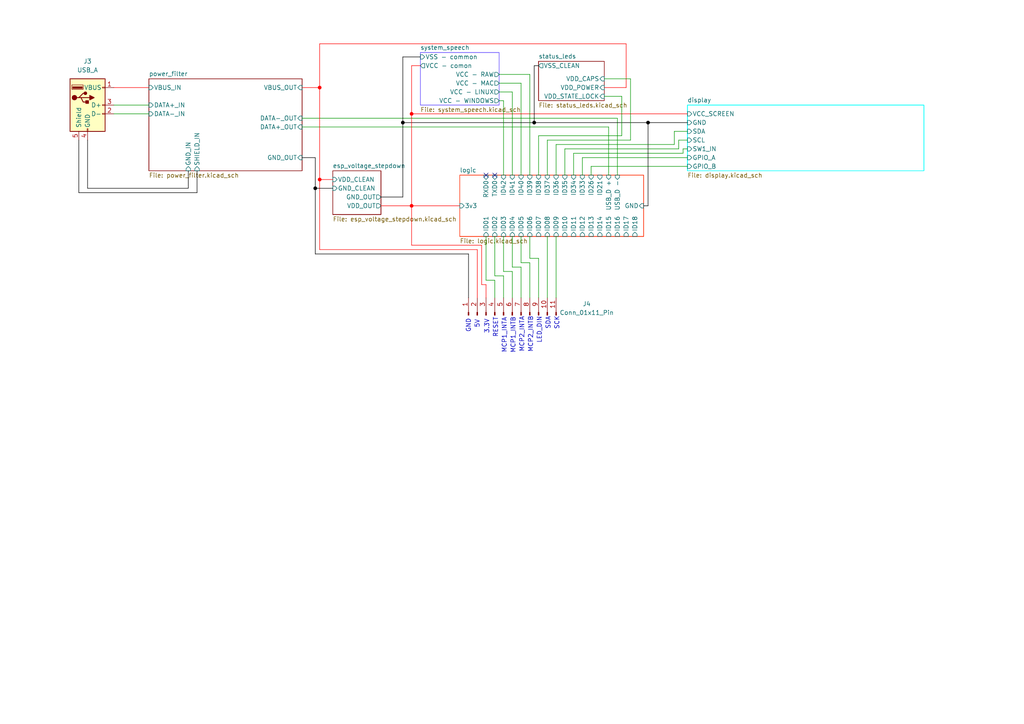
<source format=kicad_sch>
(kicad_sch (version 20250114) (generator "eeschema") (generator_version "9.0")
  (paper "A4")
  (title_block (title "Driver logic") (date "2026-02-10") (rev "1 - do not edit connector pin layout.") (company "Henry's Software House") (comment 1 "The logic required to drive the keyboard.") (comment 2 "Logic based on an ESP32-S2-wroover"))
  (lib_symbols
    (symbol "Connector:Conn_01x11_Pin" (pin_names (offset 1.016) (hide yes))
      (property "Reference" "J" (at 0 15.24 0))
      (property "Value" "Conn_01x11_Pin" (at 0 -15.24 0))
      (symbol "Conn_01x11_Pin_1_1"
        (rectangle (start 0.8636 12.827) (end 0 12.573) (stroke (width 0.1524)) (fill (type outline)))
        (rectangle (start 0.8636 10.287) (end 0 10.033) (stroke (width 0.1524)) (fill (type outline)))
        (rectangle (start 0.8636 7.747) (end 0 7.493) (stroke (width 0.1524)) (fill (type outline)))
        (rectangle (start 0.8636 5.207) (end 0 4.953) (stroke (width 0.1524)) (fill (type outline)))
        (rectangle (start 0.8636 2.667) (end 0 2.413) (stroke (width 0.1524)) (fill (type outline)))
        (rectangle (start 0.8636 0.127) (end 0 -0.127) (stroke (width 0.1524)) (fill (type outline)))
        (rectangle (start 0.8636 -2.413) (end 0 -2.667) (stroke (width 0.1524)) (fill (type outline)))
        (rectangle (start 0.8636 -4.953) (end 0 -5.207) (stroke (width 0.1524)) (fill (type outline)))
        (rectangle (start 0.8636 -7.493) (end 0 -7.747) (stroke (width 0.1524)) (fill (type outline)))
        (rectangle (start 0.8636 -10.033) (end 0 -10.287) (stroke (width 0.1524)) (fill (type outline)))
        (rectangle (start 0.8636 -12.573) (end 0 -12.827) (stroke (width 0.1524)) (fill (type outline)))
        (polyline (pts (xy 1.27 12.7) (xy 0.8636 12.7)) (stroke (width 0.1524)))
        (polyline (pts (xy 1.27 10.16) (xy 0.8636 10.16)) (stroke (width 0.1524)))
        (polyline (pts (xy 1.27 7.62) (xy 0.8636 7.62)) (stroke (width 0.1524)))
        (polyline (pts (xy 1.27 5.08) (xy 0.8636 5.08)) (stroke (width 0.1524)))
        (polyline (pts (xy 1.27 2.54) (xy 0.8636 2.54)) (stroke (width 0.1524)))
        (polyline (pts (xy 1.27 0) (xy 0.8636 0)) (stroke (width 0.1524)))
        (polyline (pts (xy 1.27 -2.54) (xy 0.8636 -2.54)) (stroke (width 0.1524)))
        (polyline (pts (xy 1.27 -5.08) (xy 0.8636 -5.08)) (stroke (width 0.1524)))
        (polyline (pts (xy 1.27 -7.62) (xy 0.8636 -7.62)) (stroke (width 0.1524)))
        (polyline (pts (xy 1.27 -10.16) (xy 0.8636 -10.16)) (stroke (width 0.1524)))
        (polyline (pts (xy 1.27 -12.7) (xy 0.8636 -12.7)) (stroke (width 0.1524)))
        (pin passive line (at 5.08 12.7 180) (length 3.81) (name "Pin_1") (number "1"))
        (pin passive line (at 5.08 10.16 180) (length 3.81) (name "Pin_2") (number "2"))
        (pin passive line (at 5.08 7.62 180) (length 3.81) (name "Pin_3") (number "3"))
        (pin passive line (at 5.08 5.08 180) (length 3.81) (name "Pin_4") (number "4"))
        (pin passive line (at 5.08 2.54 180) (length 3.81) (name "Pin_5") (number "5"))
        (pin passive line (at 5.08 0 180) (length 3.81) (name "Pin_6") (number "6"))
        (pin passive line (at 5.08 -2.54 180) (length 3.81) (name "Pin_7") (number "7"))
        (pin passive line (at 5.08 -5.08 180) (length 3.81) (name "Pin_8") (number "8"))
        (pin passive line (at 5.08 -7.62 180) (length 3.81) (name "Pin_9") (number "9"))
        (pin passive line (at 5.08 -10.16 180) (length 3.81) (name "Pin_10") (number "10"))
        (pin passive line (at 5.08 -12.7 180) (length 3.81) (name "Pin_11") (number "11"))
      )
    )
    (symbol "Connector:USB_A" (pin_names (offset 1.016))
      (property "Reference" "J" (at -5.08 11.43 0))
      (property "Value" "USB_A" (at -5.08 8.89 0))
      (symbol "USB_A_0_1"
        (rectangle (start -5.08 -7.62) (end 5.08 7.62) (stroke (width 0.254)) (fill (type background)))
        (circle (center -3.81 2.159) (radius 0.635) (stroke (width 0.254)) (fill (type outline)))
        (polyline (pts (xy -3.175 2.159) (xy -2.54 2.159) (xy -1.27 3.429) (xy -0.635 3.429)) (stroke (width 0.254)))
        (polyline (pts (xy -2.54 2.159) (xy -1.905 2.159) (xy -1.27 0.889) (xy 0 0.889)) (stroke (width 0.254)))
        (rectangle (start -1.524 4.826) (end -4.318 5.334) (fill (type outline)))
        (rectangle (start -1.27 4.572) (end -4.572 5.842))
        (circle (center -0.635 3.429) (radius 0.381) (stroke (width 0.254)) (fill (type outline)))
        (rectangle (start -0.127 -7.62) (end 0.127 -6.858))
        (rectangle (start 0.254 1.27) (end -0.508 0.508) (stroke (width 0.254)) (fill (type outline)))
        (polyline (pts (xy 0.635 2.794) (xy 0.635 1.524) (xy 1.905 2.159) (xy 0.635 2.794)) (stroke (width 0.254)) (fill (type outline)))
        (rectangle (start 5.08 4.953) (end 4.318 5.207))
        (rectangle (start 5.08 -0.127) (end 4.318 0.127))
        (rectangle (start 5.08 -2.667) (end 4.318 -2.413))
      )
      (symbol "USB_A_1_1"
        (polyline (pts (xy -1.905 2.159) (xy 0.635 2.159)) (stroke (width 0.254)))
        (pin passive line (at -2.54 -10.16 90) (length 2.54) (name "Shield") (number "5"))
        (pin power_in line (at 0 -10.16 90) (length 2.54) (name "GND") (number "4"))
        (pin power_in line (at 7.62 5.08 180) (length 2.54) (name "VBUS") (number "1"))
        (pin bidirectional line (at 7.62 0 180) (length 2.54) (name "D+") (number "3"))
        (pin bidirectional line (at 7.62 -2.54 180) (length 2.54) (name "D-") (number "2"))
      )
    )
  )
  (text "SCK" (at 161.544 93.726 90) (effects (font (size 1.27 1.27))))
  (text "SDA" (at 159.004 93.726 90) (effects (font (size 1.27 1.27))))
  (text "LED_DIN" (at 156.464 95.758 90) (effects (font (size 1.27 1.27))))
  (text "MCP1_INTB" (at 148.844 97.282 90) (effects (font (size 1.27 1.27))))
  (text "GND" (at 135.89 94.488 90) (effects (font (size 1.27 1.27))))
  (text "RESET" (at 143.764 94.996 90) (effects (font (size 1.27 1.27))))
  (text "MCP1_INTA" (at 146.304 97.282 90) (effects (font (size 1.27 1.27))))
  (text "MCP2_INTA" (at 151.384 97.028 90) (effects (font (size 1.27 1.27))))
  (text "3.3V" (at 141.224 94.742 90) (effects (font (size 1.27 1.27))))
  (text "MCP2_INTB" (at 153.924 97.028 90) (effects (font (size 1.27 1.27))))
  (text "5V" (at 138.43 93.98 90) (effects (font (size 1.27 1.27))))
  (junction (at 119.38 59.69) (color 255 0 0 1))
  (junction (at 91.44 54.61) (color 0 0 0 1))
  (junction (at 187.96 35.56) (color 0 0 0 1))
  (junction (at 116.84 35.56) (color 0 0 0 1))
  (junction (at 119.38 33.02) (color 255 0 0 1))
  (junction (at 92.71 52.07) (color 255 0 0 1))
  (junction (at 154.94 35.56) (color 0 0 0 1))
  (junction (at 92.71 25.4) (color 255 0 0 1))
  (no_connect (at 143.51 50.8))
  (no_connect (at 140.97 50.8))
  (wire (pts (xy 143.51 81.28) (xy 143.51 86.36)))
  (wire (pts (xy 198.12 43.18) (xy 198.12 44.45)))
  (wire (pts (xy 171.45 48.26) (xy 199.39 48.26)))
  (wire (pts (xy 166.37 44.45) (xy 198.12 44.45)))
  (wire (pts (xy 151.13 76.2) (xy 153.67 76.2)))
  (wire (pts (xy 92.71 25.4) (xy 92.71 52.07)) (stroke (width 0) (color 255 0 0 1)))
  (wire (pts (xy 154.94 35.56) (xy 187.96 35.56)) (stroke (width 0) (color 0 0 0 1)))
  (wire (pts (xy 140.97 81.28) (xy 143.51 81.28)))
  (wire (pts (xy 140.97 68.58) (xy 140.97 81.28)))
  (wire (pts (xy 33.02 25.4) (xy 43.18 25.4)) (stroke (width 0) (color 255 0 0 1)))
  (wire (pts (xy 181.61 25.4) (xy 181.61 12.7)) (stroke (width 0) (color 255 0 0 1)))
  (wire (pts (xy 187.96 35.56) (xy 199.39 35.56)) (stroke (width 0) (color 0 0 0 1)))
  (wire (pts (xy 187.96 35.56) (xy 187.96 59.69)) (stroke (width 0) (color 0 0 0 1)))
  (wire (pts (xy 87.63 34.29) (xy 179.07 34.29)))
  (wire (pts (xy 110.49 57.15) (xy 116.84 57.15)) (stroke (width 0) (color 0 0 0 1)))
  (wire (pts (xy 92.71 52.07) (xy 92.71 72.39)) (stroke (width 0) (color 255 0 0 1)))
  (wire (pts (xy 119.38 33.02) (xy 199.39 33.02)) (stroke (width 0) (color 255 0 0 1)))
  (wire (pts (xy 33.02 30.48) (xy 43.18 30.48)))
  (wire (pts (xy 156.21 74.93) (xy 156.21 86.36)))
  (wire (pts (xy 116.84 35.56) (xy 116.84 57.15)) (stroke (width 0) (color 0 0 0 1)))
  (wire (pts (xy 186.69 59.69) (xy 187.96 59.69)) (stroke (width 0) (color 0 0 0 1)))
  (wire (pts (xy 33.02 33.02) (xy 43.18 33.02)))
  (wire (pts (xy 138.43 72.39) (xy 138.43 86.36)) (stroke (width 0) (color 255 0 0 1)))
  (wire (pts (xy 144.78 29.21) (xy 146.05 29.21)))
  (wire (pts (xy 176.53 36.83) (xy 176.53 50.8)))
  (wire (pts (xy 25.4 40.64) (xy 25.4 54.61)) (stroke (width 0) (color 0 0 0 1)))
  (wire (pts (xy 166.37 50.8) (xy 166.37 44.45)))
  (wire (pts (xy 119.38 59.69) (xy 133.35 59.69)) (stroke (width 0) (color 255 0 0 1)))
  (wire (pts (xy 156.21 19.05) (xy 154.94 19.05)) (stroke (width 0) (color 0 0 0 1)))
  (wire (pts (xy 54.61 49.53) (xy 54.61 54.61)) (stroke (width 0) (color 0 0 0 1)))
  (wire (pts (xy 92.71 12.7) (xy 92.71 25.4)) (stroke (width 0) (color 255 0 0 1)))
  (wire (pts (xy 91.44 54.61) (xy 91.44 73.66)) (stroke (width 0) (color 0 0 0 1)))
  (wire (pts (xy 144.78 26.67) (xy 148.59 26.67)))
  (wire (pts (xy 175.26 25.4) (xy 181.61 25.4)) (stroke (width 0) (color 255 0 0 1)))
  (wire (pts (xy 146.05 50.8) (xy 146.05 29.21)))
  (wire (pts (xy 135.89 73.66) (xy 135.89 86.36)) (stroke (width 0) (color 0 0 0 1)))
  (wire (pts (xy 153.67 74.93) (xy 153.67 68.58)))
  (wire (pts (xy 199.39 38.1) (xy 195.58 38.1)))
  (wire (pts (xy 168.91 45.72) (xy 199.39 45.72)))
  (wire (pts (xy 119.38 33.02) (xy 119.38 59.69)) (stroke (width 0) (color 255 0 0 1)))
  (wire (pts (xy 146.05 80.01) (xy 146.05 86.36)))
  (wire (pts (xy 119.38 19.05) (xy 119.38 33.02)) (stroke (width 0) (color 255 0 0 1)))
  (wire (pts (xy 139.7 71.12) (xy 139.7 82.55)) (stroke (width 0) (color 255 0 0 1)))
  (wire (pts (xy 148.59 77.47) (xy 151.13 77.47)))
  (wire (pts (xy 195.58 38.1) (xy 195.58 41.91)))
  (wire (pts (xy 119.38 59.69) (xy 119.38 71.12)) (stroke (width 0) (color 255 0 0 1)))
  (wire (pts (xy 158.75 68.58) (xy 158.75 86.36)))
  (wire (pts (xy 143.51 68.58) (xy 143.51 80.01)))
  (wire (pts (xy 116.84 35.56) (xy 154.94 35.56)) (stroke (width 0) (color 0 0 0 1)))
  (wire (pts (xy 148.59 26.67) (xy 148.59 50.8)))
  (wire (pts (xy 161.29 41.91) (xy 195.58 41.91)))
  (wire (pts (xy 144.78 21.59) (xy 153.67 21.59)))
  (wire (pts (xy 144.78 24.13) (xy 151.13 24.13)))
  (wire (pts (xy 151.13 77.47) (xy 151.13 86.36)))
  (wire (pts (xy 182.88 40.64) (xy 158.75 40.64)))
  (wire (pts (xy 91.44 45.72) (xy 91.44 54.61)) (stroke (width 0) (color 0 0 0 1)))
  (wire (pts (xy 175.26 22.86) (xy 182.88 22.86)))
  (wire (pts (xy 146.05 78.74) (xy 148.59 78.74)))
  (wire (pts (xy 151.13 68.58) (xy 151.13 76.2)))
  (wire (pts (xy 146.05 68.58) (xy 146.05 78.74)))
  (wire (pts (xy 158.75 40.64) (xy 158.75 50.8)))
  (wire (pts (xy 153.67 74.93) (xy 156.21 74.93)))
  (wire (pts (xy 87.63 25.4) (xy 92.71 25.4)) (stroke (width 0) (color 255 0 0 1)))
  (wire (pts (xy 121.92 19.05) (xy 119.38 19.05)) (stroke (width 0) (color 255 0 0 1)))
  (wire (pts (xy 87.63 36.83) (xy 176.53 36.83)))
  (wire (pts (xy 199.39 40.64) (xy 196.85 40.64)))
  (wire (pts (xy 92.71 52.07) (xy 96.52 52.07)) (stroke (width 0) (color 255 0 0 1)))
  (wire (pts (xy 119.38 71.12) (xy 139.7 71.12)) (stroke (width 0) (color 255 0 0 1)))
  (wire (pts (xy 148.59 78.74) (xy 148.59 86.36)))
  (wire (pts (xy 153.67 21.59) (xy 153.67 50.8)))
  (wire (pts (xy 163.83 43.18) (xy 196.85 43.18)))
  (wire (pts (xy 116.84 16.51) (xy 116.84 35.56)) (stroke (width 0) (color 0 0 0 1)))
  (wire (pts (xy 25.4 54.61) (xy 54.61 54.61)) (stroke (width 0) (color 0 0 0 1)))
  (wire (pts (xy 151.13 24.13) (xy 151.13 50.8)))
  (wire (pts (xy 22.86 40.64) (xy 22.86 55.88)) (stroke (width 0) (color 0 0 0 1)))
  (wire (pts (xy 156.21 39.37) (xy 156.21 50.8)))
  (wire (pts (xy 161.29 41.91) (xy 161.29 50.8)))
  (wire (pts (xy 91.44 54.61) (xy 96.52 54.61)) (stroke (width 0) (color 0 0 0 1)))
  (wire (pts (xy 175.26 27.94) (xy 180.34 27.94)))
  (wire (pts (xy 139.7 82.55) (xy 140.97 82.55)) (stroke (width 0) (color 255 0 0 1)))
  (wire (pts (xy 148.59 68.58) (xy 148.59 77.47)))
  (wire (pts (xy 199.39 43.18) (xy 198.12 43.18)))
  (wire (pts (xy 161.29 68.58) (xy 161.29 86.36)))
  (wire (pts (xy 110.49 59.69) (xy 119.38 59.69)) (stroke (width 0) (color 255 0 0 1)))
  (wire (pts (xy 182.88 22.86) (xy 182.88 40.64)))
  (wire (pts (xy 163.83 43.18) (xy 163.83 50.8)))
  (wire (pts (xy 140.97 82.55) (xy 140.97 86.36)) (stroke (width 0) (color 255 0 0 1)))
  (wire (pts (xy 179.07 34.29) (xy 179.07 50.8)))
  (wire (pts (xy 180.34 39.37) (xy 156.21 39.37)))
  (wire (pts (xy 171.45 50.8) (xy 171.45 48.26)))
  (wire (pts (xy 92.71 72.39) (xy 138.43 72.39)) (stroke (width 0) (color 255 0 0 1)))
  (wire (pts (xy 57.15 49.53) (xy 57.15 55.88)) (stroke (width 0) (color 0 0 0 1)))
  (wire (pts (xy 57.15 55.88) (xy 22.86 55.88)) (stroke (width 0) (color 0 0 0 1)))
  (wire (pts (xy 153.67 76.2) (xy 153.67 86.36)))
  (wire (pts (xy 196.85 40.64) (xy 196.85 43.18)))
  (wire (pts (xy 91.44 73.66) (xy 135.89 73.66)) (stroke (width 0) (color 0 0 0 1)))
  (wire (pts (xy 143.51 80.01) (xy 146.05 80.01)))
  (wire (pts (xy 154.94 19.05) (xy 154.94 35.56)) (stroke (width 0) (color 0 0 0 1)))
  (wire (pts (xy 180.34 27.94) (xy 180.34 39.37)))
  (wire (pts (xy 181.61 12.7) (xy 92.71 12.7)) (stroke (width 0) (color 255 0 0 1)))
  (wire (pts (xy 168.91 50.8) (xy 168.91 45.72)))
  (wire (pts (xy 116.84 16.51) (xy 121.92 16.51)) (stroke (width 0) (color 0 0 0 1)))
  (wire (pts (xy 87.63 45.72) (xy 91.44 45.72)) (stroke (width 0) (color 0 0 0 1)))
  (symbol (lib_id "Connector:Conn_01x11_Pin") (at 148.59 91.44 90) (unit 1)
    (property "Reference" "J4" (at 170.18 88.138 90))
    (property "Value" "Conn_01x11_Pin" (at 170.18 90.678 90))
    (property "Footprint" "Connector_PinHeader_2.00mm:PinHeader_1x11_P2.00mm_Horizontal" (effects (hide yes)))
    (property "Description" "Generic connector, single row, 01x11, script generated" (effects (hide yes)))
  )
  (symbol (lib_id "Connector:USB_A") (at 25.4 30.48 0) (unit 1)
    (property "Reference" "J3" (at 25.4 17.78 0))
    (property "Value" "USB_A" (at 25.4 20.32 0))
    (property "Footprint" "Connector_USB:USB_A_Stewart_SS-52100-001_Horizontal" (effects (hide yes)))
    (property "Description" "USB Type A connector" (effects (hide yes)))
  )
  (sheet (at 121.92 15.24) (size 22.86 15.24) (stroke (width 0.1524) (color 123 104 255 1))
    (property "Sheetname" "system_speech" (at 121.92 14.5284 0) (effects (justify left bottom)))
    (property "Sheetfile" "system_speech.kicad_sch" (at 121.92 31.0646 0) (effects (justify left top)))
    (pin "VCC - comon" output (at 121.92 19.05 180))
    (pin "VCC - LINUX" output (at 144.78 26.67 0))
    (pin "VCC - MAC" output (at 144.78 24.13 0))
    (pin "VCC - RAW" output (at 144.78 21.59 0))
    (pin "VCC - WINDOWS" output (at 144.78 29.21 0))
    (pin "VSS - common" input (at 121.92 16.51 180))
  )
  (sheet (at 156.21 17.78) (size 19.05 11.43) (stroke (width 0.1524))
    (property "Sheetname" "status_leds" (at 156.21 17.0684 0) (effects (justify left bottom)))
    (property "Sheetfile" "status_leds.kicad_sch" (at 156.21 29.7946 0) (effects (justify left top)))
    (pin "VDD_CAPS" input (at 175.26 22.86 0))
    (pin "VDD_POWER" input (at 175.26 25.4 0))
    (pin "VDD_STATE_LOCK" input (at 175.26 27.94 0))
    (pin "VSS_CLEAN" output (at 156.21 19.05 180))
  )
  (sheet (at 199.39 30.48) (size 68.58 19.05) (stroke (width 0.1524) (color 0 255 252 1))
    (property "Sheetname" "display" (at 199.39 29.7684 0) (effects (justify left bottom)))
    (property "Sheetfile" "display.kicad_sch" (at 199.39 50.1146 0) (effects (justify left top)))
    (pin "GND" input (at 199.39 35.56 180))
    (pin "SCL" input (at 199.39 40.64 180))
    (pin "SDA" input (at 199.39 38.1 180))
    (pin "SW1_IN" input (at 199.39 43.18 180))
    (pin "VCC_SCREEN" input (at 199.39 33.02 180))
    (pin "GPIO_A" input (at 199.39 45.72 180))
    (pin "GPIO_B" input (at 199.39 48.26 180))
  )
  (sheet (at 133.35 50.8) (size 53.34 17.78) (stroke (width 0.1524) (color 255 42 0 1))
    (property "Sheetname" "logic" (at 133.35 50.0884 0) (effects (justify left bottom)))
    (property "Sheetfile" "logic.kicad_sch" (at 133.35 69.1646 0) (effects (justify left top)))
    (pin "3v3" input (at 133.35 59.69 180))
    (pin "GND" input (at 186.69 59.69 0))
    (pin "ID01" input (at 140.97 68.58 270))
    (pin "ID02" input (at 143.51 68.58 270))
    (pin "ID03" input (at 146.05 68.58 270))
    (pin "ID04" input (at 148.59 68.58 270))
    (pin "ID05" input (at 151.13 68.58 270))
    (pin "ID06" input (at 153.67 68.58 270))
    (pin "ID07" input (at 156.21 68.58 270))
    (pin "ID08" input (at 158.75 68.58 270))
    (pin "ID09" input (at 161.29 68.58 270))
    (pin "ID10" input (at 163.83 68.58 270))
    (pin "ID11" input (at 166.37 68.58 270))
    (pin "ID12" input (at 168.91 68.58 270))
    (pin "ID13" input (at 171.45 68.58 270))
    (pin "ID14" input (at 173.99 68.58 270))
    (pin "ID15" input (at 176.53 68.58 270))
    (pin "ID16" input (at 179.07 68.58 270))
    (pin "ID17" input (at 181.61 68.58 270))
    (pin "ID18" input (at 184.15 68.58 270))
    (pin "ID21" input (at 173.99 50.8 90))
    (pin "ID26" input (at 171.45 50.8 90))
    (pin "ID33" input (at 168.91 50.8 90))
    (pin "ID34" input (at 166.37 50.8 90))
    (pin "ID35" input (at 163.83 50.8 90))
    (pin "ID36" input (at 161.29 50.8 90))
    (pin "ID37" input (at 158.75 50.8 90))
    (pin "ID38" input (at 156.21 50.8 90))
    (pin "ID39" input (at 153.67 50.8 90))
    (pin "ID40" input (at 151.13 50.8 90))
    (pin "ID41" input (at 148.59 50.8 90))
    (pin "ID42" input (at 146.05 50.8 90))
    (pin "RXD0" input (at 140.97 50.8 90))
    (pin "TXD0" input (at 143.51 50.8 90))
    (pin "USB_D +" input (at 176.53 50.8 90))
    (pin "USB_D -" input (at 179.07 50.8 90))
  )
  (sheet (at 43.18 22.86) (size 44.45 26.67) (stroke (width 0.1524))
    (property "Sheetname" "power_filter" (at 43.18 22.1484 0) (effects (justify left bottom)))
    (property "Sheetfile" "power_filter.kicad_sch" (at 43.18 50.1146 0) (effects (justify left top)))
    (pin "DATA+_IN" input (at 43.18 30.48 180))
    (pin "DATA-_IN" input (at 43.18 33.02 180))
    (pin "GND_IN" input (at 54.61 49.53 270))
    (pin "SHIELD_IN" input (at 57.15 49.53 270))
    (pin "VBUS_IN" input (at 43.18 25.4 180))
    (pin "DATA+_OUT" input (at 87.63 36.83 0))
    (pin "DATA-_OUT" input (at 87.63 34.29 0))
    (pin "GND_OUT" input (at 87.63 45.72 0))
    (pin "VBUS_OUT" input (at 87.63 25.4 0))
  )
  (sheet (at 96.52 49.53) (size 13.97 12.7) (stroke (width 0.1524))
    (property "Sheetname" "esp_voltage_stepdown" (at 96.52 48.8184 0) (effects (justify left bottom)))
    (property "Sheetfile" "esp_voltage_stepdown.kicad_sch" (at 96.52 62.8146 0) (effects (justify left top)))
    (pin "GND_CLEAN" input (at 96.52 54.61 180))
    (pin "GND_OUT" output (at 110.49 57.15 0))
    (pin "VDD_CLEAN" input (at 96.52 52.07 180))
    (pin "VDD_OUT" output (at 110.49 59.69 0))
  )
)
</source>
